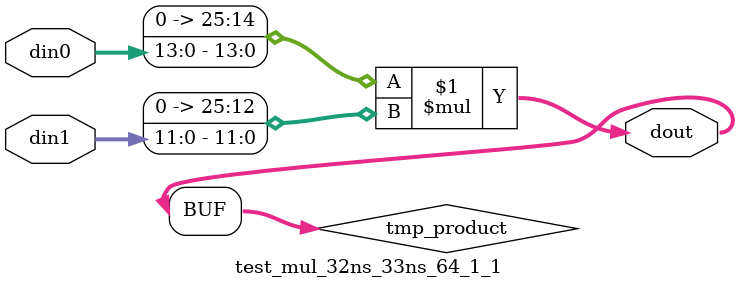
<source format=v>

`timescale 1 ns / 1 ps

  module test_mul_32ns_33ns_64_1_1(din0, din1, dout);
parameter ID = 1;
parameter NUM_STAGE = 0;
parameter din0_WIDTH = 14;
parameter din1_WIDTH = 12;
parameter dout_WIDTH = 26;

input [din0_WIDTH - 1 : 0] din0; 
input [din1_WIDTH - 1 : 0] din1; 
output [dout_WIDTH - 1 : 0] dout;

wire signed [dout_WIDTH - 1 : 0] tmp_product;










assign tmp_product = $signed({1'b0, din0}) * $signed({1'b0, din1});











assign dout = tmp_product;







endmodule

</source>
